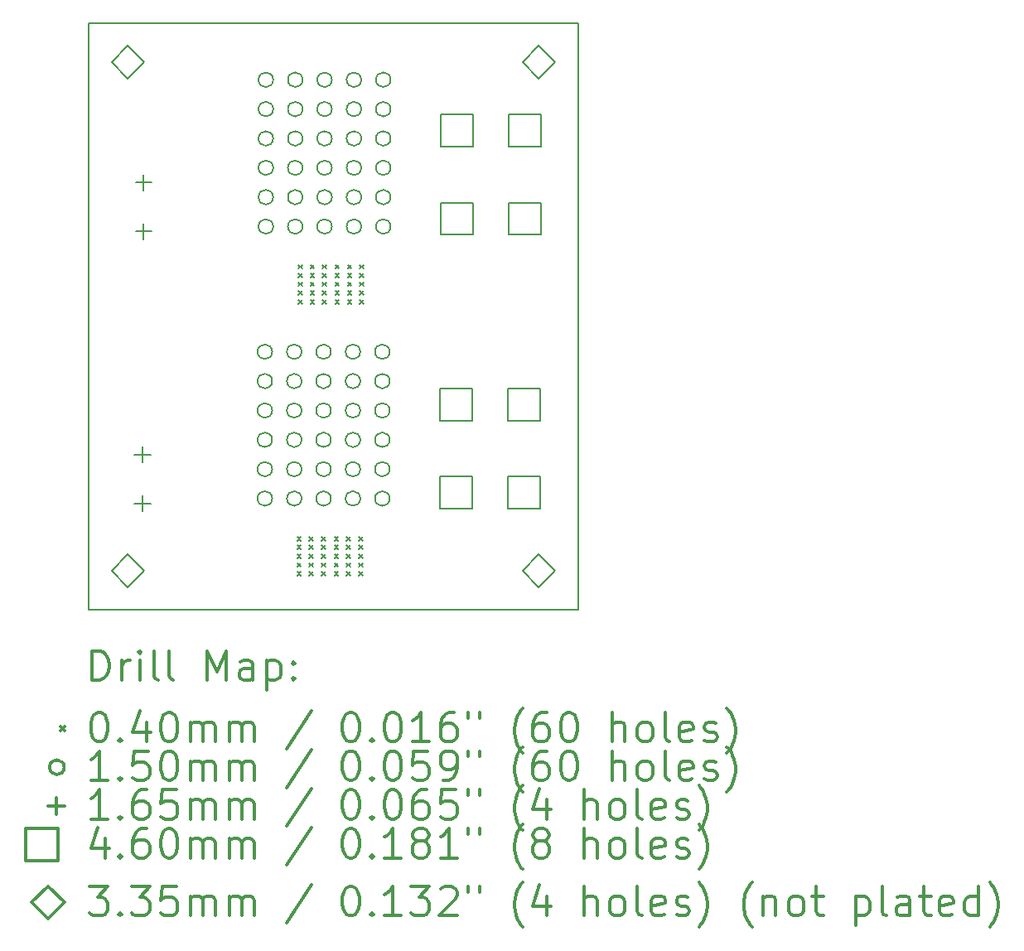
<source format=gbr>
%FSLAX45Y45*%
G04 Gerber Fmt 4.5, Leading zero omitted, Abs format (unit mm)*
G04 Created by KiCad (PCBNEW (5.1.5)-3) date 2020-03-14 21:19:37*
%MOMM*%
%LPD*%
G04 APERTURE LIST*
%TA.AperFunction,Profile*%
%ADD10C,0.150000*%
%TD*%
%ADD11C,0.200000*%
%ADD12C,0.300000*%
G04 APERTURE END LIST*
D10*
X7300000Y-11700000D02*
X12300000Y-11700000D01*
X7300000Y-5700000D02*
X12300000Y-5700000D01*
X12300000Y-11700000D02*
X12300000Y-5700000D01*
X7300000Y-11700000D02*
X7300000Y-5700000D01*
X7300000Y-11700000D02*
X7325000Y-11700000D01*
X7300000Y-11700000D02*
X12100000Y-11700000D01*
D11*
X9430000Y-10950000D02*
X9470000Y-10990000D01*
X9470000Y-10950000D02*
X9430000Y-10990000D01*
X9430000Y-11040000D02*
X9470000Y-11080000D01*
X9470000Y-11040000D02*
X9430000Y-11080000D01*
X9430000Y-11130000D02*
X9470000Y-11170000D01*
X9470000Y-11130000D02*
X9430000Y-11170000D01*
X9430000Y-11220000D02*
X9470000Y-11260000D01*
X9470000Y-11220000D02*
X9430000Y-11260000D01*
X9430000Y-11310000D02*
X9470000Y-11350000D01*
X9470000Y-11310000D02*
X9430000Y-11350000D01*
X9440000Y-8170000D02*
X9480000Y-8210000D01*
X9480000Y-8170000D02*
X9440000Y-8210000D01*
X9440000Y-8260000D02*
X9480000Y-8300000D01*
X9480000Y-8260000D02*
X9440000Y-8300000D01*
X9440000Y-8350000D02*
X9480000Y-8390000D01*
X9480000Y-8350000D02*
X9440000Y-8390000D01*
X9440000Y-8440000D02*
X9480000Y-8480000D01*
X9480000Y-8440000D02*
X9440000Y-8480000D01*
X9440000Y-8530000D02*
X9480000Y-8570000D01*
X9480000Y-8530000D02*
X9440000Y-8570000D01*
X9555000Y-10950000D02*
X9595000Y-10990000D01*
X9595000Y-10950000D02*
X9555000Y-10990000D01*
X9555000Y-11040000D02*
X9595000Y-11080000D01*
X9595000Y-11040000D02*
X9555000Y-11080000D01*
X9555000Y-11130000D02*
X9595000Y-11170000D01*
X9595000Y-11130000D02*
X9555000Y-11170000D01*
X9555000Y-11220000D02*
X9595000Y-11260000D01*
X9595000Y-11220000D02*
X9555000Y-11260000D01*
X9555000Y-11310000D02*
X9595000Y-11350000D01*
X9595000Y-11310000D02*
X9555000Y-11350000D01*
X9565000Y-8170000D02*
X9605000Y-8210000D01*
X9605000Y-8170000D02*
X9565000Y-8210000D01*
X9565000Y-8260000D02*
X9605000Y-8300000D01*
X9605000Y-8260000D02*
X9565000Y-8300000D01*
X9565000Y-8350000D02*
X9605000Y-8390000D01*
X9605000Y-8350000D02*
X9565000Y-8390000D01*
X9565000Y-8440000D02*
X9605000Y-8480000D01*
X9605000Y-8440000D02*
X9565000Y-8480000D01*
X9565000Y-8530000D02*
X9605000Y-8570000D01*
X9605000Y-8530000D02*
X9565000Y-8570000D01*
X9680000Y-10950000D02*
X9720000Y-10990000D01*
X9720000Y-10950000D02*
X9680000Y-10990000D01*
X9680000Y-11040000D02*
X9720000Y-11080000D01*
X9720000Y-11040000D02*
X9680000Y-11080000D01*
X9680000Y-11130000D02*
X9720000Y-11170000D01*
X9720000Y-11130000D02*
X9680000Y-11170000D01*
X9680000Y-11220000D02*
X9720000Y-11260000D01*
X9720000Y-11220000D02*
X9680000Y-11260000D01*
X9680000Y-11310000D02*
X9720000Y-11350000D01*
X9720000Y-11310000D02*
X9680000Y-11350000D01*
X9690000Y-8170000D02*
X9730000Y-8210000D01*
X9730000Y-8170000D02*
X9690000Y-8210000D01*
X9690000Y-8260000D02*
X9730000Y-8300000D01*
X9730000Y-8260000D02*
X9690000Y-8300000D01*
X9690000Y-8350000D02*
X9730000Y-8390000D01*
X9730000Y-8350000D02*
X9690000Y-8390000D01*
X9690000Y-8440000D02*
X9730000Y-8480000D01*
X9730000Y-8440000D02*
X9690000Y-8480000D01*
X9690000Y-8530000D02*
X9730000Y-8570000D01*
X9730000Y-8530000D02*
X9690000Y-8570000D01*
X9810000Y-10950000D02*
X9850000Y-10990000D01*
X9850000Y-10950000D02*
X9810000Y-10990000D01*
X9810000Y-11040000D02*
X9850000Y-11080000D01*
X9850000Y-11040000D02*
X9810000Y-11080000D01*
X9810000Y-11130000D02*
X9850000Y-11170000D01*
X9850000Y-11130000D02*
X9810000Y-11170000D01*
X9810000Y-11220000D02*
X9850000Y-11260000D01*
X9850000Y-11220000D02*
X9810000Y-11260000D01*
X9810000Y-11310000D02*
X9850000Y-11350000D01*
X9850000Y-11310000D02*
X9810000Y-11350000D01*
X9820000Y-8170000D02*
X9860000Y-8210000D01*
X9860000Y-8170000D02*
X9820000Y-8210000D01*
X9820000Y-8260000D02*
X9860000Y-8300000D01*
X9860000Y-8260000D02*
X9820000Y-8300000D01*
X9820000Y-8350000D02*
X9860000Y-8390000D01*
X9860000Y-8350000D02*
X9820000Y-8390000D01*
X9820000Y-8440000D02*
X9860000Y-8480000D01*
X9860000Y-8440000D02*
X9820000Y-8480000D01*
X9820000Y-8530000D02*
X9860000Y-8570000D01*
X9860000Y-8530000D02*
X9820000Y-8570000D01*
X9935000Y-10950000D02*
X9975000Y-10990000D01*
X9975000Y-10950000D02*
X9935000Y-10990000D01*
X9935000Y-11040000D02*
X9975000Y-11080000D01*
X9975000Y-11040000D02*
X9935000Y-11080000D01*
X9935000Y-11130000D02*
X9975000Y-11170000D01*
X9975000Y-11130000D02*
X9935000Y-11170000D01*
X9935000Y-11220000D02*
X9975000Y-11260000D01*
X9975000Y-11220000D02*
X9935000Y-11260000D01*
X9935000Y-11310000D02*
X9975000Y-11350000D01*
X9975000Y-11310000D02*
X9935000Y-11350000D01*
X9945000Y-8170000D02*
X9985000Y-8210000D01*
X9985000Y-8170000D02*
X9945000Y-8210000D01*
X9945000Y-8260000D02*
X9985000Y-8300000D01*
X9985000Y-8260000D02*
X9945000Y-8300000D01*
X9945000Y-8350000D02*
X9985000Y-8390000D01*
X9985000Y-8350000D02*
X9945000Y-8390000D01*
X9945000Y-8440000D02*
X9985000Y-8480000D01*
X9985000Y-8440000D02*
X9945000Y-8480000D01*
X9945000Y-8530000D02*
X9985000Y-8570000D01*
X9985000Y-8530000D02*
X9945000Y-8570000D01*
X10060000Y-10950000D02*
X10100000Y-10990000D01*
X10100000Y-10950000D02*
X10060000Y-10990000D01*
X10060000Y-11040000D02*
X10100000Y-11080000D01*
X10100000Y-11040000D02*
X10060000Y-11080000D01*
X10060000Y-11130000D02*
X10100000Y-11170000D01*
X10100000Y-11130000D02*
X10060000Y-11170000D01*
X10060000Y-11220000D02*
X10100000Y-11260000D01*
X10100000Y-11220000D02*
X10060000Y-11260000D01*
X10060000Y-11310000D02*
X10100000Y-11350000D01*
X10100000Y-11310000D02*
X10060000Y-11350000D01*
X10070000Y-8170000D02*
X10110000Y-8210000D01*
X10110000Y-8170000D02*
X10070000Y-8210000D01*
X10070000Y-8260000D02*
X10110000Y-8300000D01*
X10110000Y-8260000D02*
X10070000Y-8300000D01*
X10070000Y-8350000D02*
X10110000Y-8390000D01*
X10110000Y-8350000D02*
X10070000Y-8390000D01*
X10070000Y-8440000D02*
X10110000Y-8480000D01*
X10110000Y-8440000D02*
X10070000Y-8480000D01*
X10070000Y-8530000D02*
X10110000Y-8570000D01*
X10110000Y-8530000D02*
X10070000Y-8570000D01*
X9185000Y-6280000D02*
G75*
G03X9185000Y-6280000I-75000J0D01*
G01*
X9185000Y-6580000D02*
G75*
G03X9185000Y-6580000I-75000J0D01*
G01*
X9185000Y-6880000D02*
G75*
G03X9185000Y-6880000I-75000J0D01*
G01*
X9185000Y-7180000D02*
G75*
G03X9185000Y-7180000I-75000J0D01*
G01*
X9185000Y-7480000D02*
G75*
G03X9185000Y-7480000I-75000J0D01*
G01*
X9185000Y-7780000D02*
G75*
G03X9185000Y-7780000I-75000J0D01*
G01*
X9485000Y-6280000D02*
G75*
G03X9485000Y-6280000I-75000J0D01*
G01*
X9485000Y-6580000D02*
G75*
G03X9485000Y-6580000I-75000J0D01*
G01*
X9485000Y-6880000D02*
G75*
G03X9485000Y-6880000I-75000J0D01*
G01*
X9485000Y-7180000D02*
G75*
G03X9485000Y-7180000I-75000J0D01*
G01*
X9485000Y-7480000D02*
G75*
G03X9485000Y-7480000I-75000J0D01*
G01*
X9485000Y-7780000D02*
G75*
G03X9485000Y-7780000I-75000J0D01*
G01*
X9785000Y-6280000D02*
G75*
G03X9785000Y-6280000I-75000J0D01*
G01*
X9785000Y-6580000D02*
G75*
G03X9785000Y-6580000I-75000J0D01*
G01*
X9785000Y-6880000D02*
G75*
G03X9785000Y-6880000I-75000J0D01*
G01*
X9785000Y-7180000D02*
G75*
G03X9785000Y-7180000I-75000J0D01*
G01*
X9785000Y-7480000D02*
G75*
G03X9785000Y-7480000I-75000J0D01*
G01*
X9785000Y-7780000D02*
G75*
G03X9785000Y-7780000I-75000J0D01*
G01*
X10085000Y-6280000D02*
G75*
G03X10085000Y-6280000I-75000J0D01*
G01*
X10085000Y-6580000D02*
G75*
G03X10085000Y-6580000I-75000J0D01*
G01*
X10085000Y-6880000D02*
G75*
G03X10085000Y-6880000I-75000J0D01*
G01*
X10085000Y-7180000D02*
G75*
G03X10085000Y-7180000I-75000J0D01*
G01*
X10085000Y-7480000D02*
G75*
G03X10085000Y-7480000I-75000J0D01*
G01*
X10085000Y-7780000D02*
G75*
G03X10085000Y-7780000I-75000J0D01*
G01*
X10385000Y-6280000D02*
G75*
G03X10385000Y-6280000I-75000J0D01*
G01*
X10385000Y-6580000D02*
G75*
G03X10385000Y-6580000I-75000J0D01*
G01*
X10385000Y-6880000D02*
G75*
G03X10385000Y-6880000I-75000J0D01*
G01*
X10385000Y-7180000D02*
G75*
G03X10385000Y-7180000I-75000J0D01*
G01*
X10385000Y-7480000D02*
G75*
G03X10385000Y-7480000I-75000J0D01*
G01*
X10385000Y-7780000D02*
G75*
G03X10385000Y-7780000I-75000J0D01*
G01*
X9175000Y-9060000D02*
G75*
G03X9175000Y-9060000I-75000J0D01*
G01*
X9175000Y-9360000D02*
G75*
G03X9175000Y-9360000I-75000J0D01*
G01*
X9175000Y-9660000D02*
G75*
G03X9175000Y-9660000I-75000J0D01*
G01*
X9175000Y-9960000D02*
G75*
G03X9175000Y-9960000I-75000J0D01*
G01*
X9175000Y-10260000D02*
G75*
G03X9175000Y-10260000I-75000J0D01*
G01*
X9175000Y-10560000D02*
G75*
G03X9175000Y-10560000I-75000J0D01*
G01*
X9475000Y-9060000D02*
G75*
G03X9475000Y-9060000I-75000J0D01*
G01*
X9475000Y-9360000D02*
G75*
G03X9475000Y-9360000I-75000J0D01*
G01*
X9475000Y-9660000D02*
G75*
G03X9475000Y-9660000I-75000J0D01*
G01*
X9475000Y-9960000D02*
G75*
G03X9475000Y-9960000I-75000J0D01*
G01*
X9475000Y-10260000D02*
G75*
G03X9475000Y-10260000I-75000J0D01*
G01*
X9475000Y-10560000D02*
G75*
G03X9475000Y-10560000I-75000J0D01*
G01*
X9775000Y-9060000D02*
G75*
G03X9775000Y-9060000I-75000J0D01*
G01*
X9775000Y-9360000D02*
G75*
G03X9775000Y-9360000I-75000J0D01*
G01*
X9775000Y-9660000D02*
G75*
G03X9775000Y-9660000I-75000J0D01*
G01*
X9775000Y-9960000D02*
G75*
G03X9775000Y-9960000I-75000J0D01*
G01*
X9775000Y-10260000D02*
G75*
G03X9775000Y-10260000I-75000J0D01*
G01*
X9775000Y-10560000D02*
G75*
G03X9775000Y-10560000I-75000J0D01*
G01*
X10075000Y-9060000D02*
G75*
G03X10075000Y-9060000I-75000J0D01*
G01*
X10075000Y-9360000D02*
G75*
G03X10075000Y-9360000I-75000J0D01*
G01*
X10075000Y-9660000D02*
G75*
G03X10075000Y-9660000I-75000J0D01*
G01*
X10075000Y-9960000D02*
G75*
G03X10075000Y-9960000I-75000J0D01*
G01*
X10075000Y-10260000D02*
G75*
G03X10075000Y-10260000I-75000J0D01*
G01*
X10075000Y-10560000D02*
G75*
G03X10075000Y-10560000I-75000J0D01*
G01*
X10375000Y-9060000D02*
G75*
G03X10375000Y-9060000I-75000J0D01*
G01*
X10375000Y-9360000D02*
G75*
G03X10375000Y-9360000I-75000J0D01*
G01*
X10375000Y-9660000D02*
G75*
G03X10375000Y-9660000I-75000J0D01*
G01*
X10375000Y-9960000D02*
G75*
G03X10375000Y-9960000I-75000J0D01*
G01*
X10375000Y-10260000D02*
G75*
G03X10375000Y-10260000I-75000J0D01*
G01*
X10375000Y-10560000D02*
G75*
G03X10375000Y-10560000I-75000J0D01*
G01*
X7850000Y-10027500D02*
X7850000Y-10192500D01*
X7767500Y-10110000D02*
X7932500Y-10110000D01*
X7850000Y-10527500D02*
X7850000Y-10692500D01*
X7767500Y-10610000D02*
X7932500Y-10610000D01*
X7860000Y-7247500D02*
X7860000Y-7412500D01*
X7777500Y-7330000D02*
X7942500Y-7330000D01*
X7860000Y-7747500D02*
X7860000Y-7912500D01*
X7777500Y-7830000D02*
X7942500Y-7830000D01*
X11215136Y-9762636D02*
X11215136Y-9437364D01*
X10889864Y-9437364D01*
X10889864Y-9762636D01*
X11215136Y-9762636D01*
X11910136Y-9762636D02*
X11910136Y-9437364D01*
X11584864Y-9437364D01*
X11584864Y-9762636D01*
X11910136Y-9762636D01*
X11215136Y-10662636D02*
X11215136Y-10337364D01*
X10889864Y-10337364D01*
X10889864Y-10662636D01*
X11215136Y-10662636D01*
X11910136Y-10662636D02*
X11910136Y-10337364D01*
X11584864Y-10337364D01*
X11584864Y-10662636D01*
X11910136Y-10662636D01*
X11225136Y-6962636D02*
X11225136Y-6637364D01*
X10899864Y-6637364D01*
X10899864Y-6962636D01*
X11225136Y-6962636D01*
X11920136Y-6962636D02*
X11920136Y-6637364D01*
X11594864Y-6637364D01*
X11594864Y-6962636D01*
X11920136Y-6962636D01*
X11225136Y-7862636D02*
X11225136Y-7537364D01*
X10899864Y-7537364D01*
X10899864Y-7862636D01*
X11225136Y-7862636D01*
X11920136Y-7862636D02*
X11920136Y-7537364D01*
X11594864Y-7537364D01*
X11594864Y-7862636D01*
X11920136Y-7862636D01*
X11900000Y-6267500D02*
X12067500Y-6100000D01*
X11900000Y-5932500D01*
X11732500Y-6100000D01*
X11900000Y-6267500D01*
X7700000Y-11467500D02*
X7867500Y-11300000D01*
X7700000Y-11132500D01*
X7532500Y-11300000D01*
X7700000Y-11467500D01*
X11900000Y-11467500D02*
X12067500Y-11300000D01*
X11900000Y-11132500D01*
X11732500Y-11300000D01*
X11900000Y-11467500D01*
X7700000Y-6267500D02*
X7867500Y-6100000D01*
X7700000Y-5932500D01*
X7532500Y-6100000D01*
X7700000Y-6267500D01*
D12*
X7336428Y-12415714D02*
X7336428Y-12115714D01*
X7407857Y-12115714D01*
X7450714Y-12130000D01*
X7479286Y-12158571D01*
X7493571Y-12187143D01*
X7507857Y-12244286D01*
X7507857Y-12287143D01*
X7493571Y-12344286D01*
X7479286Y-12372857D01*
X7450714Y-12401428D01*
X7407857Y-12415714D01*
X7336428Y-12415714D01*
X7636428Y-12415714D02*
X7636428Y-12215714D01*
X7636428Y-12272857D02*
X7650714Y-12244286D01*
X7665000Y-12230000D01*
X7693571Y-12215714D01*
X7722143Y-12215714D01*
X7822143Y-12415714D02*
X7822143Y-12215714D01*
X7822143Y-12115714D02*
X7807857Y-12130000D01*
X7822143Y-12144286D01*
X7836428Y-12130000D01*
X7822143Y-12115714D01*
X7822143Y-12144286D01*
X8007857Y-12415714D02*
X7979286Y-12401428D01*
X7965000Y-12372857D01*
X7965000Y-12115714D01*
X8165000Y-12415714D02*
X8136428Y-12401428D01*
X8122143Y-12372857D01*
X8122143Y-12115714D01*
X8507857Y-12415714D02*
X8507857Y-12115714D01*
X8607857Y-12330000D01*
X8707857Y-12115714D01*
X8707857Y-12415714D01*
X8979286Y-12415714D02*
X8979286Y-12258571D01*
X8965000Y-12230000D01*
X8936429Y-12215714D01*
X8879286Y-12215714D01*
X8850714Y-12230000D01*
X8979286Y-12401428D02*
X8950714Y-12415714D01*
X8879286Y-12415714D01*
X8850714Y-12401428D01*
X8836429Y-12372857D01*
X8836429Y-12344286D01*
X8850714Y-12315714D01*
X8879286Y-12301428D01*
X8950714Y-12301428D01*
X8979286Y-12287143D01*
X9122143Y-12215714D02*
X9122143Y-12515714D01*
X9122143Y-12230000D02*
X9150714Y-12215714D01*
X9207857Y-12215714D01*
X9236429Y-12230000D01*
X9250714Y-12244286D01*
X9265000Y-12272857D01*
X9265000Y-12358571D01*
X9250714Y-12387143D01*
X9236429Y-12401428D01*
X9207857Y-12415714D01*
X9150714Y-12415714D01*
X9122143Y-12401428D01*
X9393571Y-12387143D02*
X9407857Y-12401428D01*
X9393571Y-12415714D01*
X9379286Y-12401428D01*
X9393571Y-12387143D01*
X9393571Y-12415714D01*
X9393571Y-12230000D02*
X9407857Y-12244286D01*
X9393571Y-12258571D01*
X9379286Y-12244286D01*
X9393571Y-12230000D01*
X9393571Y-12258571D01*
X7010000Y-12890000D02*
X7050000Y-12930000D01*
X7050000Y-12890000D02*
X7010000Y-12930000D01*
X7393571Y-12745714D02*
X7422143Y-12745714D01*
X7450714Y-12760000D01*
X7465000Y-12774286D01*
X7479286Y-12802857D01*
X7493571Y-12860000D01*
X7493571Y-12931428D01*
X7479286Y-12988571D01*
X7465000Y-13017143D01*
X7450714Y-13031428D01*
X7422143Y-13045714D01*
X7393571Y-13045714D01*
X7365000Y-13031428D01*
X7350714Y-13017143D01*
X7336428Y-12988571D01*
X7322143Y-12931428D01*
X7322143Y-12860000D01*
X7336428Y-12802857D01*
X7350714Y-12774286D01*
X7365000Y-12760000D01*
X7393571Y-12745714D01*
X7622143Y-13017143D02*
X7636428Y-13031428D01*
X7622143Y-13045714D01*
X7607857Y-13031428D01*
X7622143Y-13017143D01*
X7622143Y-13045714D01*
X7893571Y-12845714D02*
X7893571Y-13045714D01*
X7822143Y-12731428D02*
X7750714Y-12945714D01*
X7936428Y-12945714D01*
X8107857Y-12745714D02*
X8136428Y-12745714D01*
X8165000Y-12760000D01*
X8179286Y-12774286D01*
X8193571Y-12802857D01*
X8207857Y-12860000D01*
X8207857Y-12931428D01*
X8193571Y-12988571D01*
X8179286Y-13017143D01*
X8165000Y-13031428D01*
X8136428Y-13045714D01*
X8107857Y-13045714D01*
X8079286Y-13031428D01*
X8065000Y-13017143D01*
X8050714Y-12988571D01*
X8036428Y-12931428D01*
X8036428Y-12860000D01*
X8050714Y-12802857D01*
X8065000Y-12774286D01*
X8079286Y-12760000D01*
X8107857Y-12745714D01*
X8336428Y-13045714D02*
X8336428Y-12845714D01*
X8336428Y-12874286D02*
X8350714Y-12860000D01*
X8379286Y-12845714D01*
X8422143Y-12845714D01*
X8450714Y-12860000D01*
X8465000Y-12888571D01*
X8465000Y-13045714D01*
X8465000Y-12888571D02*
X8479286Y-12860000D01*
X8507857Y-12845714D01*
X8550714Y-12845714D01*
X8579286Y-12860000D01*
X8593571Y-12888571D01*
X8593571Y-13045714D01*
X8736429Y-13045714D02*
X8736429Y-12845714D01*
X8736429Y-12874286D02*
X8750714Y-12860000D01*
X8779286Y-12845714D01*
X8822143Y-12845714D01*
X8850714Y-12860000D01*
X8865000Y-12888571D01*
X8865000Y-13045714D01*
X8865000Y-12888571D02*
X8879286Y-12860000D01*
X8907857Y-12845714D01*
X8950714Y-12845714D01*
X8979286Y-12860000D01*
X8993571Y-12888571D01*
X8993571Y-13045714D01*
X9579286Y-12731428D02*
X9322143Y-13117143D01*
X9965000Y-12745714D02*
X9993571Y-12745714D01*
X10022143Y-12760000D01*
X10036429Y-12774286D01*
X10050714Y-12802857D01*
X10065000Y-12860000D01*
X10065000Y-12931428D01*
X10050714Y-12988571D01*
X10036429Y-13017143D01*
X10022143Y-13031428D01*
X9993571Y-13045714D01*
X9965000Y-13045714D01*
X9936429Y-13031428D01*
X9922143Y-13017143D01*
X9907857Y-12988571D01*
X9893571Y-12931428D01*
X9893571Y-12860000D01*
X9907857Y-12802857D01*
X9922143Y-12774286D01*
X9936429Y-12760000D01*
X9965000Y-12745714D01*
X10193571Y-13017143D02*
X10207857Y-13031428D01*
X10193571Y-13045714D01*
X10179286Y-13031428D01*
X10193571Y-13017143D01*
X10193571Y-13045714D01*
X10393571Y-12745714D02*
X10422143Y-12745714D01*
X10450714Y-12760000D01*
X10465000Y-12774286D01*
X10479286Y-12802857D01*
X10493571Y-12860000D01*
X10493571Y-12931428D01*
X10479286Y-12988571D01*
X10465000Y-13017143D01*
X10450714Y-13031428D01*
X10422143Y-13045714D01*
X10393571Y-13045714D01*
X10365000Y-13031428D01*
X10350714Y-13017143D01*
X10336429Y-12988571D01*
X10322143Y-12931428D01*
X10322143Y-12860000D01*
X10336429Y-12802857D01*
X10350714Y-12774286D01*
X10365000Y-12760000D01*
X10393571Y-12745714D01*
X10779286Y-13045714D02*
X10607857Y-13045714D01*
X10693571Y-13045714D02*
X10693571Y-12745714D01*
X10665000Y-12788571D01*
X10636429Y-12817143D01*
X10607857Y-12831428D01*
X11036429Y-12745714D02*
X10979286Y-12745714D01*
X10950714Y-12760000D01*
X10936429Y-12774286D01*
X10907857Y-12817143D01*
X10893571Y-12874286D01*
X10893571Y-12988571D01*
X10907857Y-13017143D01*
X10922143Y-13031428D01*
X10950714Y-13045714D01*
X11007857Y-13045714D01*
X11036429Y-13031428D01*
X11050714Y-13017143D01*
X11065000Y-12988571D01*
X11065000Y-12917143D01*
X11050714Y-12888571D01*
X11036429Y-12874286D01*
X11007857Y-12860000D01*
X10950714Y-12860000D01*
X10922143Y-12874286D01*
X10907857Y-12888571D01*
X10893571Y-12917143D01*
X11179286Y-12745714D02*
X11179286Y-12802857D01*
X11293571Y-12745714D02*
X11293571Y-12802857D01*
X11736428Y-13160000D02*
X11722143Y-13145714D01*
X11693571Y-13102857D01*
X11679286Y-13074286D01*
X11665000Y-13031428D01*
X11650714Y-12960000D01*
X11650714Y-12902857D01*
X11665000Y-12831428D01*
X11679286Y-12788571D01*
X11693571Y-12760000D01*
X11722143Y-12717143D01*
X11736428Y-12702857D01*
X11979286Y-12745714D02*
X11922143Y-12745714D01*
X11893571Y-12760000D01*
X11879286Y-12774286D01*
X11850714Y-12817143D01*
X11836428Y-12874286D01*
X11836428Y-12988571D01*
X11850714Y-13017143D01*
X11865000Y-13031428D01*
X11893571Y-13045714D01*
X11950714Y-13045714D01*
X11979286Y-13031428D01*
X11993571Y-13017143D01*
X12007857Y-12988571D01*
X12007857Y-12917143D01*
X11993571Y-12888571D01*
X11979286Y-12874286D01*
X11950714Y-12860000D01*
X11893571Y-12860000D01*
X11865000Y-12874286D01*
X11850714Y-12888571D01*
X11836428Y-12917143D01*
X12193571Y-12745714D02*
X12222143Y-12745714D01*
X12250714Y-12760000D01*
X12265000Y-12774286D01*
X12279286Y-12802857D01*
X12293571Y-12860000D01*
X12293571Y-12931428D01*
X12279286Y-12988571D01*
X12265000Y-13017143D01*
X12250714Y-13031428D01*
X12222143Y-13045714D01*
X12193571Y-13045714D01*
X12165000Y-13031428D01*
X12150714Y-13017143D01*
X12136428Y-12988571D01*
X12122143Y-12931428D01*
X12122143Y-12860000D01*
X12136428Y-12802857D01*
X12150714Y-12774286D01*
X12165000Y-12760000D01*
X12193571Y-12745714D01*
X12650714Y-13045714D02*
X12650714Y-12745714D01*
X12779286Y-13045714D02*
X12779286Y-12888571D01*
X12765000Y-12860000D01*
X12736428Y-12845714D01*
X12693571Y-12845714D01*
X12665000Y-12860000D01*
X12650714Y-12874286D01*
X12965000Y-13045714D02*
X12936428Y-13031428D01*
X12922143Y-13017143D01*
X12907857Y-12988571D01*
X12907857Y-12902857D01*
X12922143Y-12874286D01*
X12936428Y-12860000D01*
X12965000Y-12845714D01*
X13007857Y-12845714D01*
X13036428Y-12860000D01*
X13050714Y-12874286D01*
X13065000Y-12902857D01*
X13065000Y-12988571D01*
X13050714Y-13017143D01*
X13036428Y-13031428D01*
X13007857Y-13045714D01*
X12965000Y-13045714D01*
X13236428Y-13045714D02*
X13207857Y-13031428D01*
X13193571Y-13002857D01*
X13193571Y-12745714D01*
X13465000Y-13031428D02*
X13436428Y-13045714D01*
X13379286Y-13045714D01*
X13350714Y-13031428D01*
X13336428Y-13002857D01*
X13336428Y-12888571D01*
X13350714Y-12860000D01*
X13379286Y-12845714D01*
X13436428Y-12845714D01*
X13465000Y-12860000D01*
X13479286Y-12888571D01*
X13479286Y-12917143D01*
X13336428Y-12945714D01*
X13593571Y-13031428D02*
X13622143Y-13045714D01*
X13679286Y-13045714D01*
X13707857Y-13031428D01*
X13722143Y-13002857D01*
X13722143Y-12988571D01*
X13707857Y-12960000D01*
X13679286Y-12945714D01*
X13636428Y-12945714D01*
X13607857Y-12931428D01*
X13593571Y-12902857D01*
X13593571Y-12888571D01*
X13607857Y-12860000D01*
X13636428Y-12845714D01*
X13679286Y-12845714D01*
X13707857Y-12860000D01*
X13822143Y-13160000D02*
X13836428Y-13145714D01*
X13865000Y-13102857D01*
X13879286Y-13074286D01*
X13893571Y-13031428D01*
X13907857Y-12960000D01*
X13907857Y-12902857D01*
X13893571Y-12831428D01*
X13879286Y-12788571D01*
X13865000Y-12760000D01*
X13836428Y-12717143D01*
X13822143Y-12702857D01*
X7050000Y-13306000D02*
G75*
G03X7050000Y-13306000I-75000J0D01*
G01*
X7493571Y-13441714D02*
X7322143Y-13441714D01*
X7407857Y-13441714D02*
X7407857Y-13141714D01*
X7379286Y-13184571D01*
X7350714Y-13213143D01*
X7322143Y-13227428D01*
X7622143Y-13413143D02*
X7636428Y-13427428D01*
X7622143Y-13441714D01*
X7607857Y-13427428D01*
X7622143Y-13413143D01*
X7622143Y-13441714D01*
X7907857Y-13141714D02*
X7765000Y-13141714D01*
X7750714Y-13284571D01*
X7765000Y-13270286D01*
X7793571Y-13256000D01*
X7865000Y-13256000D01*
X7893571Y-13270286D01*
X7907857Y-13284571D01*
X7922143Y-13313143D01*
X7922143Y-13384571D01*
X7907857Y-13413143D01*
X7893571Y-13427428D01*
X7865000Y-13441714D01*
X7793571Y-13441714D01*
X7765000Y-13427428D01*
X7750714Y-13413143D01*
X8107857Y-13141714D02*
X8136428Y-13141714D01*
X8165000Y-13156000D01*
X8179286Y-13170286D01*
X8193571Y-13198857D01*
X8207857Y-13256000D01*
X8207857Y-13327428D01*
X8193571Y-13384571D01*
X8179286Y-13413143D01*
X8165000Y-13427428D01*
X8136428Y-13441714D01*
X8107857Y-13441714D01*
X8079286Y-13427428D01*
X8065000Y-13413143D01*
X8050714Y-13384571D01*
X8036428Y-13327428D01*
X8036428Y-13256000D01*
X8050714Y-13198857D01*
X8065000Y-13170286D01*
X8079286Y-13156000D01*
X8107857Y-13141714D01*
X8336428Y-13441714D02*
X8336428Y-13241714D01*
X8336428Y-13270286D02*
X8350714Y-13256000D01*
X8379286Y-13241714D01*
X8422143Y-13241714D01*
X8450714Y-13256000D01*
X8465000Y-13284571D01*
X8465000Y-13441714D01*
X8465000Y-13284571D02*
X8479286Y-13256000D01*
X8507857Y-13241714D01*
X8550714Y-13241714D01*
X8579286Y-13256000D01*
X8593571Y-13284571D01*
X8593571Y-13441714D01*
X8736429Y-13441714D02*
X8736429Y-13241714D01*
X8736429Y-13270286D02*
X8750714Y-13256000D01*
X8779286Y-13241714D01*
X8822143Y-13241714D01*
X8850714Y-13256000D01*
X8865000Y-13284571D01*
X8865000Y-13441714D01*
X8865000Y-13284571D02*
X8879286Y-13256000D01*
X8907857Y-13241714D01*
X8950714Y-13241714D01*
X8979286Y-13256000D01*
X8993571Y-13284571D01*
X8993571Y-13441714D01*
X9579286Y-13127428D02*
X9322143Y-13513143D01*
X9965000Y-13141714D02*
X9993571Y-13141714D01*
X10022143Y-13156000D01*
X10036429Y-13170286D01*
X10050714Y-13198857D01*
X10065000Y-13256000D01*
X10065000Y-13327428D01*
X10050714Y-13384571D01*
X10036429Y-13413143D01*
X10022143Y-13427428D01*
X9993571Y-13441714D01*
X9965000Y-13441714D01*
X9936429Y-13427428D01*
X9922143Y-13413143D01*
X9907857Y-13384571D01*
X9893571Y-13327428D01*
X9893571Y-13256000D01*
X9907857Y-13198857D01*
X9922143Y-13170286D01*
X9936429Y-13156000D01*
X9965000Y-13141714D01*
X10193571Y-13413143D02*
X10207857Y-13427428D01*
X10193571Y-13441714D01*
X10179286Y-13427428D01*
X10193571Y-13413143D01*
X10193571Y-13441714D01*
X10393571Y-13141714D02*
X10422143Y-13141714D01*
X10450714Y-13156000D01*
X10465000Y-13170286D01*
X10479286Y-13198857D01*
X10493571Y-13256000D01*
X10493571Y-13327428D01*
X10479286Y-13384571D01*
X10465000Y-13413143D01*
X10450714Y-13427428D01*
X10422143Y-13441714D01*
X10393571Y-13441714D01*
X10365000Y-13427428D01*
X10350714Y-13413143D01*
X10336429Y-13384571D01*
X10322143Y-13327428D01*
X10322143Y-13256000D01*
X10336429Y-13198857D01*
X10350714Y-13170286D01*
X10365000Y-13156000D01*
X10393571Y-13141714D01*
X10765000Y-13141714D02*
X10622143Y-13141714D01*
X10607857Y-13284571D01*
X10622143Y-13270286D01*
X10650714Y-13256000D01*
X10722143Y-13256000D01*
X10750714Y-13270286D01*
X10765000Y-13284571D01*
X10779286Y-13313143D01*
X10779286Y-13384571D01*
X10765000Y-13413143D01*
X10750714Y-13427428D01*
X10722143Y-13441714D01*
X10650714Y-13441714D01*
X10622143Y-13427428D01*
X10607857Y-13413143D01*
X10922143Y-13441714D02*
X10979286Y-13441714D01*
X11007857Y-13427428D01*
X11022143Y-13413143D01*
X11050714Y-13370286D01*
X11065000Y-13313143D01*
X11065000Y-13198857D01*
X11050714Y-13170286D01*
X11036429Y-13156000D01*
X11007857Y-13141714D01*
X10950714Y-13141714D01*
X10922143Y-13156000D01*
X10907857Y-13170286D01*
X10893571Y-13198857D01*
X10893571Y-13270286D01*
X10907857Y-13298857D01*
X10922143Y-13313143D01*
X10950714Y-13327428D01*
X11007857Y-13327428D01*
X11036429Y-13313143D01*
X11050714Y-13298857D01*
X11065000Y-13270286D01*
X11179286Y-13141714D02*
X11179286Y-13198857D01*
X11293571Y-13141714D02*
X11293571Y-13198857D01*
X11736428Y-13556000D02*
X11722143Y-13541714D01*
X11693571Y-13498857D01*
X11679286Y-13470286D01*
X11665000Y-13427428D01*
X11650714Y-13356000D01*
X11650714Y-13298857D01*
X11665000Y-13227428D01*
X11679286Y-13184571D01*
X11693571Y-13156000D01*
X11722143Y-13113143D01*
X11736428Y-13098857D01*
X11979286Y-13141714D02*
X11922143Y-13141714D01*
X11893571Y-13156000D01*
X11879286Y-13170286D01*
X11850714Y-13213143D01*
X11836428Y-13270286D01*
X11836428Y-13384571D01*
X11850714Y-13413143D01*
X11865000Y-13427428D01*
X11893571Y-13441714D01*
X11950714Y-13441714D01*
X11979286Y-13427428D01*
X11993571Y-13413143D01*
X12007857Y-13384571D01*
X12007857Y-13313143D01*
X11993571Y-13284571D01*
X11979286Y-13270286D01*
X11950714Y-13256000D01*
X11893571Y-13256000D01*
X11865000Y-13270286D01*
X11850714Y-13284571D01*
X11836428Y-13313143D01*
X12193571Y-13141714D02*
X12222143Y-13141714D01*
X12250714Y-13156000D01*
X12265000Y-13170286D01*
X12279286Y-13198857D01*
X12293571Y-13256000D01*
X12293571Y-13327428D01*
X12279286Y-13384571D01*
X12265000Y-13413143D01*
X12250714Y-13427428D01*
X12222143Y-13441714D01*
X12193571Y-13441714D01*
X12165000Y-13427428D01*
X12150714Y-13413143D01*
X12136428Y-13384571D01*
X12122143Y-13327428D01*
X12122143Y-13256000D01*
X12136428Y-13198857D01*
X12150714Y-13170286D01*
X12165000Y-13156000D01*
X12193571Y-13141714D01*
X12650714Y-13441714D02*
X12650714Y-13141714D01*
X12779286Y-13441714D02*
X12779286Y-13284571D01*
X12765000Y-13256000D01*
X12736428Y-13241714D01*
X12693571Y-13241714D01*
X12665000Y-13256000D01*
X12650714Y-13270286D01*
X12965000Y-13441714D02*
X12936428Y-13427428D01*
X12922143Y-13413143D01*
X12907857Y-13384571D01*
X12907857Y-13298857D01*
X12922143Y-13270286D01*
X12936428Y-13256000D01*
X12965000Y-13241714D01*
X13007857Y-13241714D01*
X13036428Y-13256000D01*
X13050714Y-13270286D01*
X13065000Y-13298857D01*
X13065000Y-13384571D01*
X13050714Y-13413143D01*
X13036428Y-13427428D01*
X13007857Y-13441714D01*
X12965000Y-13441714D01*
X13236428Y-13441714D02*
X13207857Y-13427428D01*
X13193571Y-13398857D01*
X13193571Y-13141714D01*
X13465000Y-13427428D02*
X13436428Y-13441714D01*
X13379286Y-13441714D01*
X13350714Y-13427428D01*
X13336428Y-13398857D01*
X13336428Y-13284571D01*
X13350714Y-13256000D01*
X13379286Y-13241714D01*
X13436428Y-13241714D01*
X13465000Y-13256000D01*
X13479286Y-13284571D01*
X13479286Y-13313143D01*
X13336428Y-13341714D01*
X13593571Y-13427428D02*
X13622143Y-13441714D01*
X13679286Y-13441714D01*
X13707857Y-13427428D01*
X13722143Y-13398857D01*
X13722143Y-13384571D01*
X13707857Y-13356000D01*
X13679286Y-13341714D01*
X13636428Y-13341714D01*
X13607857Y-13327428D01*
X13593571Y-13298857D01*
X13593571Y-13284571D01*
X13607857Y-13256000D01*
X13636428Y-13241714D01*
X13679286Y-13241714D01*
X13707857Y-13256000D01*
X13822143Y-13556000D02*
X13836428Y-13541714D01*
X13865000Y-13498857D01*
X13879286Y-13470286D01*
X13893571Y-13427428D01*
X13907857Y-13356000D01*
X13907857Y-13298857D01*
X13893571Y-13227428D01*
X13879286Y-13184571D01*
X13865000Y-13156000D01*
X13836428Y-13113143D01*
X13822143Y-13098857D01*
X6967500Y-13619500D02*
X6967500Y-13784500D01*
X6885000Y-13702000D02*
X7050000Y-13702000D01*
X7493571Y-13837714D02*
X7322143Y-13837714D01*
X7407857Y-13837714D02*
X7407857Y-13537714D01*
X7379286Y-13580571D01*
X7350714Y-13609143D01*
X7322143Y-13623428D01*
X7622143Y-13809143D02*
X7636428Y-13823428D01*
X7622143Y-13837714D01*
X7607857Y-13823428D01*
X7622143Y-13809143D01*
X7622143Y-13837714D01*
X7893571Y-13537714D02*
X7836428Y-13537714D01*
X7807857Y-13552000D01*
X7793571Y-13566286D01*
X7765000Y-13609143D01*
X7750714Y-13666286D01*
X7750714Y-13780571D01*
X7765000Y-13809143D01*
X7779286Y-13823428D01*
X7807857Y-13837714D01*
X7865000Y-13837714D01*
X7893571Y-13823428D01*
X7907857Y-13809143D01*
X7922143Y-13780571D01*
X7922143Y-13709143D01*
X7907857Y-13680571D01*
X7893571Y-13666286D01*
X7865000Y-13652000D01*
X7807857Y-13652000D01*
X7779286Y-13666286D01*
X7765000Y-13680571D01*
X7750714Y-13709143D01*
X8193571Y-13537714D02*
X8050714Y-13537714D01*
X8036428Y-13680571D01*
X8050714Y-13666286D01*
X8079286Y-13652000D01*
X8150714Y-13652000D01*
X8179286Y-13666286D01*
X8193571Y-13680571D01*
X8207857Y-13709143D01*
X8207857Y-13780571D01*
X8193571Y-13809143D01*
X8179286Y-13823428D01*
X8150714Y-13837714D01*
X8079286Y-13837714D01*
X8050714Y-13823428D01*
X8036428Y-13809143D01*
X8336428Y-13837714D02*
X8336428Y-13637714D01*
X8336428Y-13666286D02*
X8350714Y-13652000D01*
X8379286Y-13637714D01*
X8422143Y-13637714D01*
X8450714Y-13652000D01*
X8465000Y-13680571D01*
X8465000Y-13837714D01*
X8465000Y-13680571D02*
X8479286Y-13652000D01*
X8507857Y-13637714D01*
X8550714Y-13637714D01*
X8579286Y-13652000D01*
X8593571Y-13680571D01*
X8593571Y-13837714D01*
X8736429Y-13837714D02*
X8736429Y-13637714D01*
X8736429Y-13666286D02*
X8750714Y-13652000D01*
X8779286Y-13637714D01*
X8822143Y-13637714D01*
X8850714Y-13652000D01*
X8865000Y-13680571D01*
X8865000Y-13837714D01*
X8865000Y-13680571D02*
X8879286Y-13652000D01*
X8907857Y-13637714D01*
X8950714Y-13637714D01*
X8979286Y-13652000D01*
X8993571Y-13680571D01*
X8993571Y-13837714D01*
X9579286Y-13523428D02*
X9322143Y-13909143D01*
X9965000Y-13537714D02*
X9993571Y-13537714D01*
X10022143Y-13552000D01*
X10036429Y-13566286D01*
X10050714Y-13594857D01*
X10065000Y-13652000D01*
X10065000Y-13723428D01*
X10050714Y-13780571D01*
X10036429Y-13809143D01*
X10022143Y-13823428D01*
X9993571Y-13837714D01*
X9965000Y-13837714D01*
X9936429Y-13823428D01*
X9922143Y-13809143D01*
X9907857Y-13780571D01*
X9893571Y-13723428D01*
X9893571Y-13652000D01*
X9907857Y-13594857D01*
X9922143Y-13566286D01*
X9936429Y-13552000D01*
X9965000Y-13537714D01*
X10193571Y-13809143D02*
X10207857Y-13823428D01*
X10193571Y-13837714D01*
X10179286Y-13823428D01*
X10193571Y-13809143D01*
X10193571Y-13837714D01*
X10393571Y-13537714D02*
X10422143Y-13537714D01*
X10450714Y-13552000D01*
X10465000Y-13566286D01*
X10479286Y-13594857D01*
X10493571Y-13652000D01*
X10493571Y-13723428D01*
X10479286Y-13780571D01*
X10465000Y-13809143D01*
X10450714Y-13823428D01*
X10422143Y-13837714D01*
X10393571Y-13837714D01*
X10365000Y-13823428D01*
X10350714Y-13809143D01*
X10336429Y-13780571D01*
X10322143Y-13723428D01*
X10322143Y-13652000D01*
X10336429Y-13594857D01*
X10350714Y-13566286D01*
X10365000Y-13552000D01*
X10393571Y-13537714D01*
X10750714Y-13537714D02*
X10693571Y-13537714D01*
X10665000Y-13552000D01*
X10650714Y-13566286D01*
X10622143Y-13609143D01*
X10607857Y-13666286D01*
X10607857Y-13780571D01*
X10622143Y-13809143D01*
X10636429Y-13823428D01*
X10665000Y-13837714D01*
X10722143Y-13837714D01*
X10750714Y-13823428D01*
X10765000Y-13809143D01*
X10779286Y-13780571D01*
X10779286Y-13709143D01*
X10765000Y-13680571D01*
X10750714Y-13666286D01*
X10722143Y-13652000D01*
X10665000Y-13652000D01*
X10636429Y-13666286D01*
X10622143Y-13680571D01*
X10607857Y-13709143D01*
X11050714Y-13537714D02*
X10907857Y-13537714D01*
X10893571Y-13680571D01*
X10907857Y-13666286D01*
X10936429Y-13652000D01*
X11007857Y-13652000D01*
X11036429Y-13666286D01*
X11050714Y-13680571D01*
X11065000Y-13709143D01*
X11065000Y-13780571D01*
X11050714Y-13809143D01*
X11036429Y-13823428D01*
X11007857Y-13837714D01*
X10936429Y-13837714D01*
X10907857Y-13823428D01*
X10893571Y-13809143D01*
X11179286Y-13537714D02*
X11179286Y-13594857D01*
X11293571Y-13537714D02*
X11293571Y-13594857D01*
X11736428Y-13952000D02*
X11722143Y-13937714D01*
X11693571Y-13894857D01*
X11679286Y-13866286D01*
X11665000Y-13823428D01*
X11650714Y-13752000D01*
X11650714Y-13694857D01*
X11665000Y-13623428D01*
X11679286Y-13580571D01*
X11693571Y-13552000D01*
X11722143Y-13509143D01*
X11736428Y-13494857D01*
X11979286Y-13637714D02*
X11979286Y-13837714D01*
X11907857Y-13523428D02*
X11836428Y-13737714D01*
X12022143Y-13737714D01*
X12365000Y-13837714D02*
X12365000Y-13537714D01*
X12493571Y-13837714D02*
X12493571Y-13680571D01*
X12479286Y-13652000D01*
X12450714Y-13637714D01*
X12407857Y-13637714D01*
X12379286Y-13652000D01*
X12365000Y-13666286D01*
X12679286Y-13837714D02*
X12650714Y-13823428D01*
X12636428Y-13809143D01*
X12622143Y-13780571D01*
X12622143Y-13694857D01*
X12636428Y-13666286D01*
X12650714Y-13652000D01*
X12679286Y-13637714D01*
X12722143Y-13637714D01*
X12750714Y-13652000D01*
X12765000Y-13666286D01*
X12779286Y-13694857D01*
X12779286Y-13780571D01*
X12765000Y-13809143D01*
X12750714Y-13823428D01*
X12722143Y-13837714D01*
X12679286Y-13837714D01*
X12950714Y-13837714D02*
X12922143Y-13823428D01*
X12907857Y-13794857D01*
X12907857Y-13537714D01*
X13179286Y-13823428D02*
X13150714Y-13837714D01*
X13093571Y-13837714D01*
X13065000Y-13823428D01*
X13050714Y-13794857D01*
X13050714Y-13680571D01*
X13065000Y-13652000D01*
X13093571Y-13637714D01*
X13150714Y-13637714D01*
X13179286Y-13652000D01*
X13193571Y-13680571D01*
X13193571Y-13709143D01*
X13050714Y-13737714D01*
X13307857Y-13823428D02*
X13336428Y-13837714D01*
X13393571Y-13837714D01*
X13422143Y-13823428D01*
X13436428Y-13794857D01*
X13436428Y-13780571D01*
X13422143Y-13752000D01*
X13393571Y-13737714D01*
X13350714Y-13737714D01*
X13322143Y-13723428D01*
X13307857Y-13694857D01*
X13307857Y-13680571D01*
X13322143Y-13652000D01*
X13350714Y-13637714D01*
X13393571Y-13637714D01*
X13422143Y-13652000D01*
X13536428Y-13952000D02*
X13550714Y-13937714D01*
X13579286Y-13894857D01*
X13593571Y-13866286D01*
X13607857Y-13823428D01*
X13622143Y-13752000D01*
X13622143Y-13694857D01*
X13607857Y-13623428D01*
X13593571Y-13580571D01*
X13579286Y-13552000D01*
X13550714Y-13509143D01*
X13536428Y-13494857D01*
X6982636Y-14260636D02*
X6982636Y-13935364D01*
X6657364Y-13935364D01*
X6657364Y-14260636D01*
X6982636Y-14260636D01*
X7465000Y-14033714D02*
X7465000Y-14233714D01*
X7393571Y-13919428D02*
X7322143Y-14133714D01*
X7507857Y-14133714D01*
X7622143Y-14205143D02*
X7636428Y-14219428D01*
X7622143Y-14233714D01*
X7607857Y-14219428D01*
X7622143Y-14205143D01*
X7622143Y-14233714D01*
X7893571Y-13933714D02*
X7836428Y-13933714D01*
X7807857Y-13948000D01*
X7793571Y-13962286D01*
X7765000Y-14005143D01*
X7750714Y-14062286D01*
X7750714Y-14176571D01*
X7765000Y-14205143D01*
X7779286Y-14219428D01*
X7807857Y-14233714D01*
X7865000Y-14233714D01*
X7893571Y-14219428D01*
X7907857Y-14205143D01*
X7922143Y-14176571D01*
X7922143Y-14105143D01*
X7907857Y-14076571D01*
X7893571Y-14062286D01*
X7865000Y-14048000D01*
X7807857Y-14048000D01*
X7779286Y-14062286D01*
X7765000Y-14076571D01*
X7750714Y-14105143D01*
X8107857Y-13933714D02*
X8136428Y-13933714D01*
X8165000Y-13948000D01*
X8179286Y-13962286D01*
X8193571Y-13990857D01*
X8207857Y-14048000D01*
X8207857Y-14119428D01*
X8193571Y-14176571D01*
X8179286Y-14205143D01*
X8165000Y-14219428D01*
X8136428Y-14233714D01*
X8107857Y-14233714D01*
X8079286Y-14219428D01*
X8065000Y-14205143D01*
X8050714Y-14176571D01*
X8036428Y-14119428D01*
X8036428Y-14048000D01*
X8050714Y-13990857D01*
X8065000Y-13962286D01*
X8079286Y-13948000D01*
X8107857Y-13933714D01*
X8336428Y-14233714D02*
X8336428Y-14033714D01*
X8336428Y-14062286D02*
X8350714Y-14048000D01*
X8379286Y-14033714D01*
X8422143Y-14033714D01*
X8450714Y-14048000D01*
X8465000Y-14076571D01*
X8465000Y-14233714D01*
X8465000Y-14076571D02*
X8479286Y-14048000D01*
X8507857Y-14033714D01*
X8550714Y-14033714D01*
X8579286Y-14048000D01*
X8593571Y-14076571D01*
X8593571Y-14233714D01*
X8736429Y-14233714D02*
X8736429Y-14033714D01*
X8736429Y-14062286D02*
X8750714Y-14048000D01*
X8779286Y-14033714D01*
X8822143Y-14033714D01*
X8850714Y-14048000D01*
X8865000Y-14076571D01*
X8865000Y-14233714D01*
X8865000Y-14076571D02*
X8879286Y-14048000D01*
X8907857Y-14033714D01*
X8950714Y-14033714D01*
X8979286Y-14048000D01*
X8993571Y-14076571D01*
X8993571Y-14233714D01*
X9579286Y-13919428D02*
X9322143Y-14305143D01*
X9965000Y-13933714D02*
X9993571Y-13933714D01*
X10022143Y-13948000D01*
X10036429Y-13962286D01*
X10050714Y-13990857D01*
X10065000Y-14048000D01*
X10065000Y-14119428D01*
X10050714Y-14176571D01*
X10036429Y-14205143D01*
X10022143Y-14219428D01*
X9993571Y-14233714D01*
X9965000Y-14233714D01*
X9936429Y-14219428D01*
X9922143Y-14205143D01*
X9907857Y-14176571D01*
X9893571Y-14119428D01*
X9893571Y-14048000D01*
X9907857Y-13990857D01*
X9922143Y-13962286D01*
X9936429Y-13948000D01*
X9965000Y-13933714D01*
X10193571Y-14205143D02*
X10207857Y-14219428D01*
X10193571Y-14233714D01*
X10179286Y-14219428D01*
X10193571Y-14205143D01*
X10193571Y-14233714D01*
X10493571Y-14233714D02*
X10322143Y-14233714D01*
X10407857Y-14233714D02*
X10407857Y-13933714D01*
X10379286Y-13976571D01*
X10350714Y-14005143D01*
X10322143Y-14019428D01*
X10665000Y-14062286D02*
X10636429Y-14048000D01*
X10622143Y-14033714D01*
X10607857Y-14005143D01*
X10607857Y-13990857D01*
X10622143Y-13962286D01*
X10636429Y-13948000D01*
X10665000Y-13933714D01*
X10722143Y-13933714D01*
X10750714Y-13948000D01*
X10765000Y-13962286D01*
X10779286Y-13990857D01*
X10779286Y-14005143D01*
X10765000Y-14033714D01*
X10750714Y-14048000D01*
X10722143Y-14062286D01*
X10665000Y-14062286D01*
X10636429Y-14076571D01*
X10622143Y-14090857D01*
X10607857Y-14119428D01*
X10607857Y-14176571D01*
X10622143Y-14205143D01*
X10636429Y-14219428D01*
X10665000Y-14233714D01*
X10722143Y-14233714D01*
X10750714Y-14219428D01*
X10765000Y-14205143D01*
X10779286Y-14176571D01*
X10779286Y-14119428D01*
X10765000Y-14090857D01*
X10750714Y-14076571D01*
X10722143Y-14062286D01*
X11065000Y-14233714D02*
X10893571Y-14233714D01*
X10979286Y-14233714D02*
X10979286Y-13933714D01*
X10950714Y-13976571D01*
X10922143Y-14005143D01*
X10893571Y-14019428D01*
X11179286Y-13933714D02*
X11179286Y-13990857D01*
X11293571Y-13933714D02*
X11293571Y-13990857D01*
X11736428Y-14348000D02*
X11722143Y-14333714D01*
X11693571Y-14290857D01*
X11679286Y-14262286D01*
X11665000Y-14219428D01*
X11650714Y-14148000D01*
X11650714Y-14090857D01*
X11665000Y-14019428D01*
X11679286Y-13976571D01*
X11693571Y-13948000D01*
X11722143Y-13905143D01*
X11736428Y-13890857D01*
X11893571Y-14062286D02*
X11865000Y-14048000D01*
X11850714Y-14033714D01*
X11836428Y-14005143D01*
X11836428Y-13990857D01*
X11850714Y-13962286D01*
X11865000Y-13948000D01*
X11893571Y-13933714D01*
X11950714Y-13933714D01*
X11979286Y-13948000D01*
X11993571Y-13962286D01*
X12007857Y-13990857D01*
X12007857Y-14005143D01*
X11993571Y-14033714D01*
X11979286Y-14048000D01*
X11950714Y-14062286D01*
X11893571Y-14062286D01*
X11865000Y-14076571D01*
X11850714Y-14090857D01*
X11836428Y-14119428D01*
X11836428Y-14176571D01*
X11850714Y-14205143D01*
X11865000Y-14219428D01*
X11893571Y-14233714D01*
X11950714Y-14233714D01*
X11979286Y-14219428D01*
X11993571Y-14205143D01*
X12007857Y-14176571D01*
X12007857Y-14119428D01*
X11993571Y-14090857D01*
X11979286Y-14076571D01*
X11950714Y-14062286D01*
X12365000Y-14233714D02*
X12365000Y-13933714D01*
X12493571Y-14233714D02*
X12493571Y-14076571D01*
X12479286Y-14048000D01*
X12450714Y-14033714D01*
X12407857Y-14033714D01*
X12379286Y-14048000D01*
X12365000Y-14062286D01*
X12679286Y-14233714D02*
X12650714Y-14219428D01*
X12636428Y-14205143D01*
X12622143Y-14176571D01*
X12622143Y-14090857D01*
X12636428Y-14062286D01*
X12650714Y-14048000D01*
X12679286Y-14033714D01*
X12722143Y-14033714D01*
X12750714Y-14048000D01*
X12765000Y-14062286D01*
X12779286Y-14090857D01*
X12779286Y-14176571D01*
X12765000Y-14205143D01*
X12750714Y-14219428D01*
X12722143Y-14233714D01*
X12679286Y-14233714D01*
X12950714Y-14233714D02*
X12922143Y-14219428D01*
X12907857Y-14190857D01*
X12907857Y-13933714D01*
X13179286Y-14219428D02*
X13150714Y-14233714D01*
X13093571Y-14233714D01*
X13065000Y-14219428D01*
X13050714Y-14190857D01*
X13050714Y-14076571D01*
X13065000Y-14048000D01*
X13093571Y-14033714D01*
X13150714Y-14033714D01*
X13179286Y-14048000D01*
X13193571Y-14076571D01*
X13193571Y-14105143D01*
X13050714Y-14133714D01*
X13307857Y-14219428D02*
X13336428Y-14233714D01*
X13393571Y-14233714D01*
X13422143Y-14219428D01*
X13436428Y-14190857D01*
X13436428Y-14176571D01*
X13422143Y-14148000D01*
X13393571Y-14133714D01*
X13350714Y-14133714D01*
X13322143Y-14119428D01*
X13307857Y-14090857D01*
X13307857Y-14076571D01*
X13322143Y-14048000D01*
X13350714Y-14033714D01*
X13393571Y-14033714D01*
X13422143Y-14048000D01*
X13536428Y-14348000D02*
X13550714Y-14333714D01*
X13579286Y-14290857D01*
X13593571Y-14262286D01*
X13607857Y-14219428D01*
X13622143Y-14148000D01*
X13622143Y-14090857D01*
X13607857Y-14019428D01*
X13593571Y-13976571D01*
X13579286Y-13948000D01*
X13550714Y-13905143D01*
X13536428Y-13890857D01*
X6882500Y-14855500D02*
X7050000Y-14688000D01*
X6882500Y-14520500D01*
X6715000Y-14688000D01*
X6882500Y-14855500D01*
X7307857Y-14523714D02*
X7493571Y-14523714D01*
X7393571Y-14638000D01*
X7436428Y-14638000D01*
X7465000Y-14652286D01*
X7479286Y-14666571D01*
X7493571Y-14695143D01*
X7493571Y-14766571D01*
X7479286Y-14795143D01*
X7465000Y-14809428D01*
X7436428Y-14823714D01*
X7350714Y-14823714D01*
X7322143Y-14809428D01*
X7307857Y-14795143D01*
X7622143Y-14795143D02*
X7636428Y-14809428D01*
X7622143Y-14823714D01*
X7607857Y-14809428D01*
X7622143Y-14795143D01*
X7622143Y-14823714D01*
X7736428Y-14523714D02*
X7922143Y-14523714D01*
X7822143Y-14638000D01*
X7865000Y-14638000D01*
X7893571Y-14652286D01*
X7907857Y-14666571D01*
X7922143Y-14695143D01*
X7922143Y-14766571D01*
X7907857Y-14795143D01*
X7893571Y-14809428D01*
X7865000Y-14823714D01*
X7779286Y-14823714D01*
X7750714Y-14809428D01*
X7736428Y-14795143D01*
X8193571Y-14523714D02*
X8050714Y-14523714D01*
X8036428Y-14666571D01*
X8050714Y-14652286D01*
X8079286Y-14638000D01*
X8150714Y-14638000D01*
X8179286Y-14652286D01*
X8193571Y-14666571D01*
X8207857Y-14695143D01*
X8207857Y-14766571D01*
X8193571Y-14795143D01*
X8179286Y-14809428D01*
X8150714Y-14823714D01*
X8079286Y-14823714D01*
X8050714Y-14809428D01*
X8036428Y-14795143D01*
X8336428Y-14823714D02*
X8336428Y-14623714D01*
X8336428Y-14652286D02*
X8350714Y-14638000D01*
X8379286Y-14623714D01*
X8422143Y-14623714D01*
X8450714Y-14638000D01*
X8465000Y-14666571D01*
X8465000Y-14823714D01*
X8465000Y-14666571D02*
X8479286Y-14638000D01*
X8507857Y-14623714D01*
X8550714Y-14623714D01*
X8579286Y-14638000D01*
X8593571Y-14666571D01*
X8593571Y-14823714D01*
X8736429Y-14823714D02*
X8736429Y-14623714D01*
X8736429Y-14652286D02*
X8750714Y-14638000D01*
X8779286Y-14623714D01*
X8822143Y-14623714D01*
X8850714Y-14638000D01*
X8865000Y-14666571D01*
X8865000Y-14823714D01*
X8865000Y-14666571D02*
X8879286Y-14638000D01*
X8907857Y-14623714D01*
X8950714Y-14623714D01*
X8979286Y-14638000D01*
X8993571Y-14666571D01*
X8993571Y-14823714D01*
X9579286Y-14509428D02*
X9322143Y-14895143D01*
X9965000Y-14523714D02*
X9993571Y-14523714D01*
X10022143Y-14538000D01*
X10036429Y-14552286D01*
X10050714Y-14580857D01*
X10065000Y-14638000D01*
X10065000Y-14709428D01*
X10050714Y-14766571D01*
X10036429Y-14795143D01*
X10022143Y-14809428D01*
X9993571Y-14823714D01*
X9965000Y-14823714D01*
X9936429Y-14809428D01*
X9922143Y-14795143D01*
X9907857Y-14766571D01*
X9893571Y-14709428D01*
X9893571Y-14638000D01*
X9907857Y-14580857D01*
X9922143Y-14552286D01*
X9936429Y-14538000D01*
X9965000Y-14523714D01*
X10193571Y-14795143D02*
X10207857Y-14809428D01*
X10193571Y-14823714D01*
X10179286Y-14809428D01*
X10193571Y-14795143D01*
X10193571Y-14823714D01*
X10493571Y-14823714D02*
X10322143Y-14823714D01*
X10407857Y-14823714D02*
X10407857Y-14523714D01*
X10379286Y-14566571D01*
X10350714Y-14595143D01*
X10322143Y-14609428D01*
X10593571Y-14523714D02*
X10779286Y-14523714D01*
X10679286Y-14638000D01*
X10722143Y-14638000D01*
X10750714Y-14652286D01*
X10765000Y-14666571D01*
X10779286Y-14695143D01*
X10779286Y-14766571D01*
X10765000Y-14795143D01*
X10750714Y-14809428D01*
X10722143Y-14823714D01*
X10636429Y-14823714D01*
X10607857Y-14809428D01*
X10593571Y-14795143D01*
X10893571Y-14552286D02*
X10907857Y-14538000D01*
X10936429Y-14523714D01*
X11007857Y-14523714D01*
X11036429Y-14538000D01*
X11050714Y-14552286D01*
X11065000Y-14580857D01*
X11065000Y-14609428D01*
X11050714Y-14652286D01*
X10879286Y-14823714D01*
X11065000Y-14823714D01*
X11179286Y-14523714D02*
X11179286Y-14580857D01*
X11293571Y-14523714D02*
X11293571Y-14580857D01*
X11736428Y-14938000D02*
X11722143Y-14923714D01*
X11693571Y-14880857D01*
X11679286Y-14852286D01*
X11665000Y-14809428D01*
X11650714Y-14738000D01*
X11650714Y-14680857D01*
X11665000Y-14609428D01*
X11679286Y-14566571D01*
X11693571Y-14538000D01*
X11722143Y-14495143D01*
X11736428Y-14480857D01*
X11979286Y-14623714D02*
X11979286Y-14823714D01*
X11907857Y-14509428D02*
X11836428Y-14723714D01*
X12022143Y-14723714D01*
X12365000Y-14823714D02*
X12365000Y-14523714D01*
X12493571Y-14823714D02*
X12493571Y-14666571D01*
X12479286Y-14638000D01*
X12450714Y-14623714D01*
X12407857Y-14623714D01*
X12379286Y-14638000D01*
X12365000Y-14652286D01*
X12679286Y-14823714D02*
X12650714Y-14809428D01*
X12636428Y-14795143D01*
X12622143Y-14766571D01*
X12622143Y-14680857D01*
X12636428Y-14652286D01*
X12650714Y-14638000D01*
X12679286Y-14623714D01*
X12722143Y-14623714D01*
X12750714Y-14638000D01*
X12765000Y-14652286D01*
X12779286Y-14680857D01*
X12779286Y-14766571D01*
X12765000Y-14795143D01*
X12750714Y-14809428D01*
X12722143Y-14823714D01*
X12679286Y-14823714D01*
X12950714Y-14823714D02*
X12922143Y-14809428D01*
X12907857Y-14780857D01*
X12907857Y-14523714D01*
X13179286Y-14809428D02*
X13150714Y-14823714D01*
X13093571Y-14823714D01*
X13065000Y-14809428D01*
X13050714Y-14780857D01*
X13050714Y-14666571D01*
X13065000Y-14638000D01*
X13093571Y-14623714D01*
X13150714Y-14623714D01*
X13179286Y-14638000D01*
X13193571Y-14666571D01*
X13193571Y-14695143D01*
X13050714Y-14723714D01*
X13307857Y-14809428D02*
X13336428Y-14823714D01*
X13393571Y-14823714D01*
X13422143Y-14809428D01*
X13436428Y-14780857D01*
X13436428Y-14766571D01*
X13422143Y-14738000D01*
X13393571Y-14723714D01*
X13350714Y-14723714D01*
X13322143Y-14709428D01*
X13307857Y-14680857D01*
X13307857Y-14666571D01*
X13322143Y-14638000D01*
X13350714Y-14623714D01*
X13393571Y-14623714D01*
X13422143Y-14638000D01*
X13536428Y-14938000D02*
X13550714Y-14923714D01*
X13579286Y-14880857D01*
X13593571Y-14852286D01*
X13607857Y-14809428D01*
X13622143Y-14738000D01*
X13622143Y-14680857D01*
X13607857Y-14609428D01*
X13593571Y-14566571D01*
X13579286Y-14538000D01*
X13550714Y-14495143D01*
X13536428Y-14480857D01*
X14079286Y-14938000D02*
X14065000Y-14923714D01*
X14036428Y-14880857D01*
X14022143Y-14852286D01*
X14007857Y-14809428D01*
X13993571Y-14738000D01*
X13993571Y-14680857D01*
X14007857Y-14609428D01*
X14022143Y-14566571D01*
X14036428Y-14538000D01*
X14065000Y-14495143D01*
X14079286Y-14480857D01*
X14193571Y-14623714D02*
X14193571Y-14823714D01*
X14193571Y-14652286D02*
X14207857Y-14638000D01*
X14236428Y-14623714D01*
X14279286Y-14623714D01*
X14307857Y-14638000D01*
X14322143Y-14666571D01*
X14322143Y-14823714D01*
X14507857Y-14823714D02*
X14479286Y-14809428D01*
X14465000Y-14795143D01*
X14450714Y-14766571D01*
X14450714Y-14680857D01*
X14465000Y-14652286D01*
X14479286Y-14638000D01*
X14507857Y-14623714D01*
X14550714Y-14623714D01*
X14579286Y-14638000D01*
X14593571Y-14652286D01*
X14607857Y-14680857D01*
X14607857Y-14766571D01*
X14593571Y-14795143D01*
X14579286Y-14809428D01*
X14550714Y-14823714D01*
X14507857Y-14823714D01*
X14693571Y-14623714D02*
X14807857Y-14623714D01*
X14736428Y-14523714D02*
X14736428Y-14780857D01*
X14750714Y-14809428D01*
X14779286Y-14823714D01*
X14807857Y-14823714D01*
X15136428Y-14623714D02*
X15136428Y-14923714D01*
X15136428Y-14638000D02*
X15165000Y-14623714D01*
X15222143Y-14623714D01*
X15250714Y-14638000D01*
X15265000Y-14652286D01*
X15279286Y-14680857D01*
X15279286Y-14766571D01*
X15265000Y-14795143D01*
X15250714Y-14809428D01*
X15222143Y-14823714D01*
X15165000Y-14823714D01*
X15136428Y-14809428D01*
X15450714Y-14823714D02*
X15422143Y-14809428D01*
X15407857Y-14780857D01*
X15407857Y-14523714D01*
X15693571Y-14823714D02*
X15693571Y-14666571D01*
X15679286Y-14638000D01*
X15650714Y-14623714D01*
X15593571Y-14623714D01*
X15565000Y-14638000D01*
X15693571Y-14809428D02*
X15665000Y-14823714D01*
X15593571Y-14823714D01*
X15565000Y-14809428D01*
X15550714Y-14780857D01*
X15550714Y-14752286D01*
X15565000Y-14723714D01*
X15593571Y-14709428D01*
X15665000Y-14709428D01*
X15693571Y-14695143D01*
X15793571Y-14623714D02*
X15907857Y-14623714D01*
X15836428Y-14523714D02*
X15836428Y-14780857D01*
X15850714Y-14809428D01*
X15879286Y-14823714D01*
X15907857Y-14823714D01*
X16122143Y-14809428D02*
X16093571Y-14823714D01*
X16036428Y-14823714D01*
X16007857Y-14809428D01*
X15993571Y-14780857D01*
X15993571Y-14666571D01*
X16007857Y-14638000D01*
X16036428Y-14623714D01*
X16093571Y-14623714D01*
X16122143Y-14638000D01*
X16136428Y-14666571D01*
X16136428Y-14695143D01*
X15993571Y-14723714D01*
X16393571Y-14823714D02*
X16393571Y-14523714D01*
X16393571Y-14809428D02*
X16365000Y-14823714D01*
X16307857Y-14823714D01*
X16279286Y-14809428D01*
X16265000Y-14795143D01*
X16250714Y-14766571D01*
X16250714Y-14680857D01*
X16265000Y-14652286D01*
X16279286Y-14638000D01*
X16307857Y-14623714D01*
X16365000Y-14623714D01*
X16393571Y-14638000D01*
X16507857Y-14938000D02*
X16522143Y-14923714D01*
X16550714Y-14880857D01*
X16565000Y-14852286D01*
X16579286Y-14809428D01*
X16593571Y-14738000D01*
X16593571Y-14680857D01*
X16579286Y-14609428D01*
X16565000Y-14566571D01*
X16550714Y-14538000D01*
X16522143Y-14495143D01*
X16507857Y-14480857D01*
M02*

</source>
